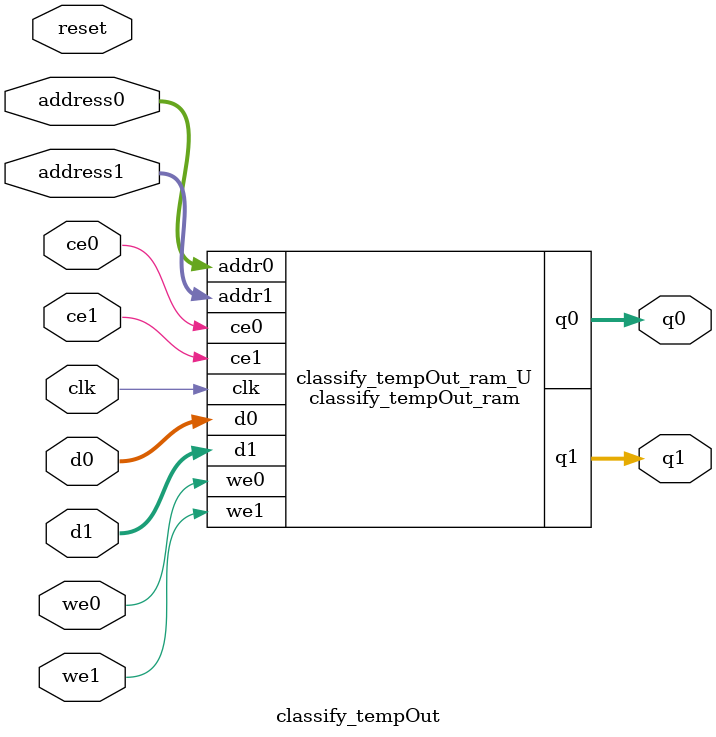
<source format=v>

`timescale 1 ns / 1 ps
module classify_tempOut_ram (addr0, ce0, d0, we0, q0, addr1, ce1, d1, we1, q1,  clk);

parameter DWIDTH = 19;
parameter AWIDTH = 5;
parameter MEM_SIZE = 32;

input[AWIDTH-1:0] addr0;
input ce0;
input[DWIDTH-1:0] d0;
input we0;
output reg[DWIDTH-1:0] q0;
input[AWIDTH-1:0] addr1;
input ce1;
input[DWIDTH-1:0] d1;
input we1;
output reg[DWIDTH-1:0] q1;
input clk;

(* ram_style = "block" *)reg [DWIDTH-1:0] ram[0:MEM_SIZE-1];




always @(posedge clk)  
begin 
    if (ce0) 
    begin
        if (we0) 
        begin 
            ram[addr0] <= d0; 
            q0 <= d0;
        end 
        else 
            q0 <= ram[addr0];
    end
end


always @(posedge clk)  
begin 
    if (ce1) 
    begin
        if (we1) 
        begin 
            ram[addr1] <= d1; 
            q1 <= d1;
        end 
        else 
            q1 <= ram[addr1];
    end
end


endmodule


`timescale 1 ns / 1 ps
module classify_tempOut(
    reset,
    clk,
    address0,
    ce0,
    we0,
    d0,
    q0,
    address1,
    ce1,
    we1,
    d1,
    q1);

parameter DataWidth = 32'd19;
parameter AddressRange = 32'd32;
parameter AddressWidth = 32'd5;
input reset;
input clk;
input[AddressWidth - 1:0] address0;
input ce0;
input we0;
input[DataWidth - 1:0] d0;
output[DataWidth - 1:0] q0;
input[AddressWidth - 1:0] address1;
input ce1;
input we1;
input[DataWidth - 1:0] d1;
output[DataWidth - 1:0] q1;



classify_tempOut_ram classify_tempOut_ram_U(
    .clk( clk ),
    .addr0( address0 ),
    .ce0( ce0 ),
    .d0( d0 ),
    .we0( we0 ),
    .q0( q0 ),
    .addr1( address1 ),
    .ce1( ce1 ),
    .d1( d1 ),
    .we1( we1 ),
    .q1( q1 ));

endmodule


</source>
